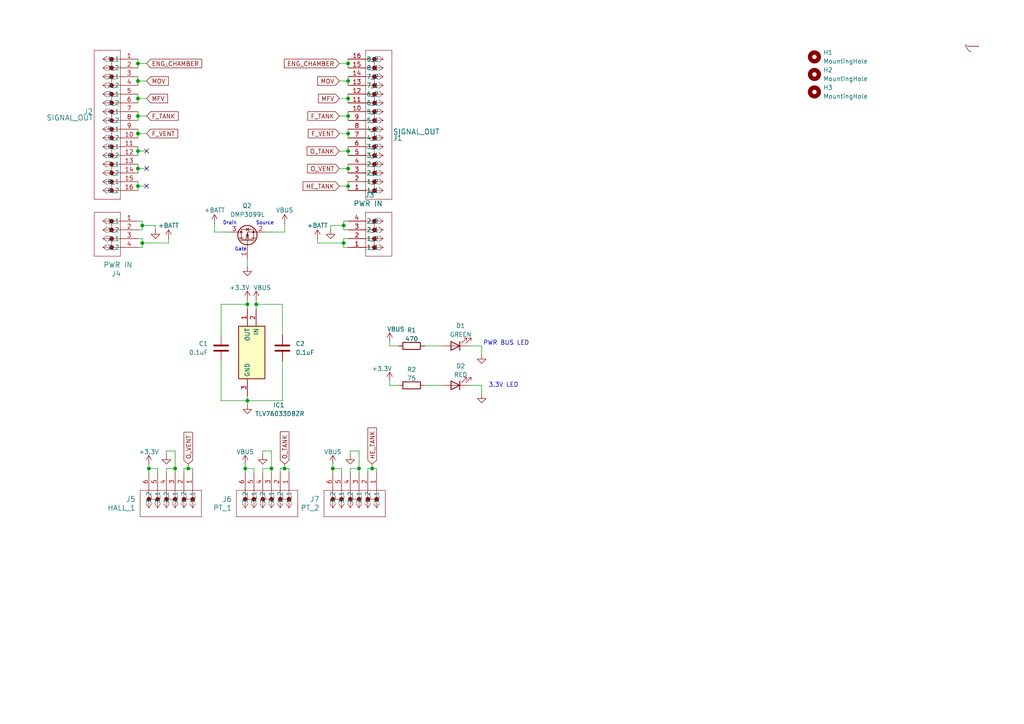
<source format=kicad_sch>
(kicad_sch (version 20250114) (generator "eeschema") (generator_version "9.0")
  (paper "A4")
  (lib_symbols
    (symbol "Device:C" (pin_numbers (hide yes)) (pin_names (offset 0.254))
      (property "Reference" "C" (at 0.635 2.54 0))
      (property "Value" "C" (at 0.635 -2.54 0))
      (symbol "C_1_1"
        (pin passive line (at 0 3.81 270) (length 2.794) (name "~") (number "1"))
        (pin passive line (at 0 -3.81 90) (length 2.794) (name "~") (number "2"))
      )
    )
    (symbol "Device:LED" (pin_numbers (hide yes)) (pin_names (offset 1.016) (hide yes))
      (property "Reference" "D" (at 0 2.54 0))
      (property "Value" "LED" (at 0 -2.54 0))
      (symbol "LED_1_1"
        (pin passive line (at -3.81 0 0) (length 2.54) (name "K") (number "1"))
        (pin passive line (at 3.81 0 180) (length 2.54) (name "A") (number "2"))
      )
    )
    (symbol "Device:Q_PMOS_GSD" (pin_names (offset 0) (hide yes))
      (property "Reference" "Q" (at 5.08 1.27 0))
      (property "Value" "Q_PMOS_GSD" (at 5.08 -1.27 0))
      (symbol "Q_PMOS_GSD_1_1"
        (pin input line (at -5.08 0 0) (length 2.54) (name "G") (number "1"))
        (pin passive line (at 2.54 5.08 270) (length 2.54) (name "D") (number "3"))
        (pin passive line (at 2.54 -5.08 90) (length 2.54) (name "S") (number "2"))
      )
    )
    (symbol "Device:R" (pin_numbers (hide yes)) (pin_names (offset 0))
      (property "Reference" "R" (at 2.032 0 90))
      (property "Value" "R" (at 0 0 90))
      (symbol "R_1_1"
        (pin passive line (at 0 3.81 270) (length 1.27) (name "~") (number "1"))
        (pin passive line (at 0 -3.81 90) (length 1.27) (name "~") (number "2"))
      )
    )
    (symbol "Mechanical:MountingHole" (pin_names (offset 1.016)) (exclude_from_sim yes) (in_bom no)
      (property "Reference" "H" (at 0 5.08 0))
      (property "Value" "MountingHole" (at 0 3.175 0))
    )
    (symbol "SDSU RP:LOGO" (pin_names (offset 1.016)))
    (symbol "TLV76033DBZR:TLV76033DBZR"
      (property "Reference" "IC" (at 21.59 7.62 0))
      (property "Value" "TLV76033DBZR" (at 21.59 5.08 0))
      (symbol "TLV76033DBZR_1_1"
        (pin passive line (at 0 0 0) (length 5.08) (name "OUT") (number "1"))
        (pin passive line (at 0 -2.54 0) (length 5.08) (name "IN") (number "2"))
        (pin passive line (at 25.4 0 180) (length 5.08) (name "GND") (number "3"))
      )
    )
    (symbol "Wago_2601_1102:2601-1102" (pin_names (offset 0.254))
      (property "Reference" "J" (at 8.89 6.35 0))
      (property "Value" "2601-1102" (at 0 0 0))
      (symbol "2601-1102_1_1"
        (pin unspecified line (at 0 0 0) (length 5.08) (name "1_1") (number "1"))
        (pin unspecified line (at 0 -2.54 0) (length 5.08) (name "1_2") (number "2"))
        (pin unspecified line (at 0 -5.08 0) (length 5.08) (name "2_1") (number "3"))
        (pin unspecified line (at 0 -7.62 0) (length 5.08) (name "2_2") (number "4"))
      )
    )
    (symbol "Wago_2601_1103:2601-1103" (pin_names (offset 0.254))
      (property "Reference" "J" (at 8.89 6.35 0))
      (property "Value" "2601-1103" (at 0 0 0))
      (symbol "2601-1103_1_1"
        (pin unspecified line (at 0 0 0) (length 5.08) (name "1_1") (number "1"))
        (pin unspecified line (at 0 -2.54 0) (length 5.08) (name "1_2") (number "2"))
        (pin unspecified line (at 0 -5.08 0) (length 5.08) (name "2_1") (number "3"))
        (pin unspecified line (at 0 -7.62 0) (length 5.08) (name "2_2") (number "4"))
        (pin unspecified line (at 0 -10.16 0) (length 5.08) (name "3_1") (number "5"))
        (pin unspecified line (at 0 -12.7 0) (length 5.08) (name "3_2") (number "6"))
      )
    )
    (symbol "Wago_2601_1108:2601-1108" (pin_names (offset 0.254))
      (property "Reference" "J" (at 8.89 6.35 0))
      (property "Value" "2601-1108" (at 0 0 0))
      (symbol "2601-1108_1_1"
        (pin unspecified line (at 0 0 0) (length 5.08) (name "1_1") (number "1"))
        (pin unspecified line (at 0 -2.54 0) (length 5.08) (name "1_2") (number "2"))
        (pin unspecified line (at 0 -5.08 0) (length 5.08) (name "2_1") (number "3"))
        (pin unspecified line (at 0 -7.62 0) (length 5.08) (name "2_2") (number "4"))
        (pin unspecified line (at 0 -10.16 0) (length 5.08) (name "3_1") (number "5"))
        (pin unspecified line (at 0 -12.7 0) (length 5.08) (name "3_2") (number "6"))
        (pin unspecified line (at 0 -15.24 0) (length 5.08) (name "4_1") (number "7"))
        (pin unspecified line (at 0 -17.78 0) (length 5.08) (name "4_2") (number "8"))
        (pin unspecified line (at 0 -20.32 0) (length 5.08) (name "5_1") (number "9"))
        (pin unspecified line (at 0 -22.86 0) (length 5.08) (name "5_2") (number "10"))
        (pin unspecified line (at 0 -25.4 0) (length 5.08) (name "6_1") (number "11"))
        (pin unspecified line (at 0 -27.94 0) (length 5.08) (name "6_2") (number "12"))
        (pin unspecified line (at 0 -30.48 0) (length 5.08) (name "7_1") (number "13"))
        (pin unspecified line (at 0 -33.02 0) (length 5.08) (name "7_2") (number "14"))
        (pin unspecified line (at 0 -35.56 0) (length 5.08) (name "8_1") (number "15"))
        (pin unspecified line (at 0 -38.1 0) (length 5.08) (name "8_2") (number "16"))
      )
    )
    (symbol "power:+3.3V" (power) (pin_numbers (hide yes)) (pin_names (offset 0) (hide yes))
      (property "Value" "+3.3V" (at 0 3.556 0))
      (symbol "+3.3V_1_1"
        (pin power_in line (at 0 0 90) (length 0) (name "~") (number "1"))
      )
    )
    (symbol "power:+BATT" (power) (pin_numbers (hide yes)) (pin_names (offset 0) (hide yes))
      (property "Value" "+BATT" (at 0 3.556 0))
      (symbol "+BATT_1_1"
        (pin power_in line (at 0 0 90) (length 0) (name "~") (number "1"))
      )
    )
    (symbol "power:GND" (power) (pin_numbers (hide yes)) (pin_names (offset 0) (hide yes))
      (property "Value" "GND" (at 0 -3.81 0))
      (symbol "GND_1_1"
        (pin power_in line (at 0 0 270) (length 0) (name "~") (number "1"))
      )
    )
    (symbol "power:VBUS" (power) (pin_numbers (hide yes)) (pin_names (offset 0) (hide yes))
      (property "Value" "VBUS" (at 0 3.556 0))
      (symbol "VBUS_1_1"
        (pin power_in line (at 0 0 90) (length 0) (name "~") (number "1"))
      )
    )
  )
  (text "Source\n" (at 76.835 64.77 0) (effects (font (size 1 1))))
  (text "PWR BUS LED" (at 146.812 99.568 0) (effects (font (size 1.27 1.27))))
  (text "Gate" (at 69.85 72.39 0) (effects (font (size 1 1))))
  (text "Drain" (at 66.675 64.77 0) (effects (font (size 1 1))))
  (text "3.3V LED" (at 146.05 111.76 0) (effects (font (size 1.27 1.27))))
  (junction (at 107.95 135.89))
  (junction (at 40.005 33.655))
  (junction (at 40.005 23.495))
  (junction (at 78.74 135.89))
  (junction (at 100.965 18.415))
  (junction (at 100.965 23.495))
  (junction (at 100.965 33.655))
  (junction (at 99.695 70.485))
  (junction (at 43.18 135.89))
  (junction (at 100.965 38.735))
  (junction (at 40.005 28.575))
  (junction (at 99.695 65.405))
  (junction (at 82.55 135.89))
  (junction (at 100.965 53.975))
  (junction (at 41.275 70.485))
  (junction (at 104.14 135.89))
  (junction (at 71.755 88.265))
  (junction (at 100.965 43.815))
  (junction (at 40.005 53.975))
  (junction (at 40.005 48.895))
  (junction (at 50.8 135.89))
  (junction (at 96.52 135.89))
  (junction (at 54.61 135.89))
  (junction (at 71.755 116.205))
  (junction (at 40.005 43.815))
  (junction (at 74.295 88.265))
  (junction (at 40.005 18.415))
  (junction (at 100.965 48.895))
  (junction (at 41.275 65.405))
  (junction (at 40.005 38.735))
  (junction (at 100.965 28.575))
  (junction (at 71.12 135.89))
  (no_connect (at 42.545 53.975))
  (no_connect (at 42.545 48.895))
  (no_connect (at 42.545 43.815))
  (no_connect (at -7.62 213.36))
  (wire (pts (xy 74.295 86.995) (xy 74.295 88.265)))
  (wire (pts (xy 40.005 48.895) (xy 40.005 50.165)))
  (wire (pts (xy 42.545 18.415) (xy 40.005 18.415)))
  (wire (pts (xy 48.26 137.16) (xy 48.26 135.89)))
  (wire (pts (xy 40.005 22.225) (xy 40.005 23.495)))
  (wire (pts (xy 43.18 135.89) (xy 45.72 135.89)))
  (wire (pts (xy 64.135 97.155) (xy 64.135 88.265)))
  (wire (pts (xy 99.695 65.405) (xy 95.885 65.405)))
  (wire (pts (xy 62.23 67.31) (xy 66.675 67.31)))
  (wire (pts (xy 98.425 23.495) (xy 100.965 23.495)))
  (wire (pts (xy 50.8 130.81) (xy 50.8 135.89)))
  (wire (pts (xy 81.915 97.155) (xy 81.915 88.265)))
  (wire (pts (xy 100.965 42.545) (xy 100.965 43.815)))
  (wire (pts (xy 40.005 38.735) (xy 40.005 40.005)))
  (wire (pts (xy 71.12 135.89) (xy 71.12 137.16)))
  (wire (pts (xy 71.755 88.265) (xy 71.755 89.535)))
  (wire (pts (xy 40.005 38.735) (xy 42.545 38.735)))
  (wire (pts (xy 82.55 134.62) (xy 82.55 135.89)))
  (wire (pts (xy 106.68 135.89) (xy 107.95 135.89)))
  (wire (pts (xy 76.2 130.81) (xy 78.74 130.81)))
  (wire (pts (xy 40.005 71.755) (xy 41.275 71.755)))
  (wire (pts (xy 71.755 116.205) (xy 71.755 117.475)))
  (wire (pts (xy 96.52 135.89) (xy 99.06 135.89)))
  (wire (pts (xy 48.26 132.08) (xy 48.26 130.81)))
  (wire (pts (xy 100.965 37.465) (xy 100.965 38.735)))
  (wire (pts (xy 107.95 135.89) (xy 109.22 135.89)))
  (wire (pts (xy 99.06 135.89) (xy 99.06 137.16)))
  (wire (pts (xy 45.085 65.405) (xy 45.085 66.675)))
  (wire (pts (xy 107.95 134.62) (xy 107.95 135.89)))
  (wire (pts (xy 98.425 53.975) (xy 100.965 53.975)))
  (wire (pts (xy 40.005 33.655) (xy 42.545 33.655)))
  (wire (pts (xy 82.55 64.77) (xy 82.55 67.31)))
  (wire (pts (xy 98.425 38.735) (xy 100.965 38.735)))
  (wire (pts (xy 100.965 22.225) (xy 100.965 23.495)))
  (wire (pts (xy 96.52 134.62) (xy 96.52 135.89)))
  (wire (pts (xy 101.6 130.81) (xy 104.14 130.81)))
  (wire (pts (xy 48.26 130.81) (xy 50.8 130.81)))
  (wire (pts (xy 99.695 64.135) (xy 99.695 65.405)))
  (wire (pts (xy 48.895 70.485) (xy 48.895 69.215)))
  (wire (pts (xy 76.835 67.31) (xy 82.55 67.31)))
  (wire (pts (xy 40.005 52.705) (xy 40.005 53.975)))
  (wire (pts (xy 81.28 135.89) (xy 82.55 135.89)))
  (wire (pts (xy 42.545 28.575) (xy 40.005 28.575)))
  (wire (pts (xy 113.03 110.49) (xy 113.03 111.76)))
  (wire (pts (xy 76.2 132.08) (xy 76.2 130.81)))
  (wire (pts (xy 74.295 88.265) (xy 81.915 88.265)))
  (wire (pts (xy 100.965 52.705) (xy 100.965 53.975)))
  (wire (pts (xy 139.7 111.76) (xy 139.7 114.3)))
  (wire (pts (xy 106.68 137.16) (xy 106.68 135.89)))
  (wire (pts (xy 54.61 134.62) (xy 54.61 135.89)))
  (wire (pts (xy 101.6 132.08) (xy 101.6 130.81)))
  (wire (pts (xy 100.965 38.735) (xy 100.965 40.005)))
  (wire (pts (xy 96.52 135.89) (xy 96.52 137.16)))
  (wire (pts (xy 41.275 64.135) (xy 41.275 65.405)))
  (wire (pts (xy 71.755 86.995) (xy 71.755 88.265)))
  (wire (pts (xy 64.135 104.775) (xy 64.135 116.205)))
  (wire (pts (xy 123.19 100.33) (xy 128.27 100.33)))
  (wire (pts (xy 64.135 88.265) (xy 71.755 88.265)))
  (wire (pts (xy 113.03 100.33) (xy 115.57 100.33)))
  (wire (pts (xy 99.695 71.755) (xy 100.965 71.755)))
  (wire (pts (xy 76.2 135.89) (xy 78.74 135.89)))
  (wire (pts (xy 41.275 65.405) (xy 41.275 66.675)))
  (wire (pts (xy 73.66 135.89) (xy 73.66 137.16)))
  (wire (pts (xy 100.965 27.305) (xy 100.965 28.575)))
  (wire (pts (xy 78.74 130.81) (xy 78.74 135.89)))
  (wire (pts (xy 41.275 70.485) (xy 48.895 70.485)))
  (wire (pts (xy 81.915 104.775) (xy 81.915 116.205)))
  (wire (pts (xy 53.34 135.89) (xy 54.61 135.89)))
  (wire (pts (xy 48.26 135.89) (xy 50.8 135.89)))
  (wire (pts (xy 41.275 65.405) (xy 45.085 65.405)))
  (wire (pts (xy 95.885 65.405) (xy 95.885 66.675)))
  (wire (pts (xy 78.74 135.89) (xy 78.74 137.16)))
  (wire (pts (xy 40.005 47.625) (xy 40.005 48.895)))
  (wire (pts (xy 53.34 137.16) (xy 53.34 135.89)))
  (wire (pts (xy 135.89 100.33) (xy 139.7 100.33)))
  (wire (pts (xy 101.6 135.89) (xy 104.14 135.89)))
  (wire (pts (xy 109.22 135.89) (xy 109.22 137.16)))
  (wire (pts (xy 135.89 111.76) (xy 139.7 111.76)))
  (wire (pts (xy 99.695 64.135) (xy 100.965 64.135)))
  (wire (pts (xy 100.965 23.495) (xy 100.965 24.765)))
  (wire (pts (xy 71.12 134.62) (xy 71.12 135.89)))
  (wire (pts (xy 100.965 47.625) (xy 100.965 48.895)))
  (wire (pts (xy 62.23 64.77) (xy 62.23 67.31)))
  (wire (pts (xy 98.425 48.895) (xy 100.965 48.895)))
  (wire (pts (xy 98.425 28.575) (xy 100.965 28.575)))
  (wire (pts (xy 42.545 43.815) (xy 40.005 43.815)))
  (wire (pts (xy 40.005 32.385) (xy 40.005 33.655)))
  (wire (pts (xy 43.18 134.62) (xy 43.18 135.89)))
  (wire (pts (xy 100.965 33.655) (xy 100.965 34.925)))
  (wire (pts (xy 98.425 43.815) (xy 100.965 43.815)))
  (wire (pts (xy 99.695 70.485) (xy 92.075 70.485)))
  (wire (pts (xy 40.005 17.145) (xy 40.005 18.415)))
  (wire (pts (xy 40.005 66.675) (xy 41.275 66.675)))
  (wire (pts (xy 92.075 69.215) (xy 92.075 70.485)))
  (wire (pts (xy 71.12 135.89) (xy 73.66 135.89)))
  (wire (pts (xy 71.755 114.935) (xy 71.755 116.205)))
  (wire (pts (xy 43.18 135.89) (xy 43.18 137.16)))
  (wire (pts (xy 40.005 18.415) (xy 40.005 19.685)))
  (wire (pts (xy 101.6 137.16) (xy 101.6 135.89)))
  (wire (pts (xy 50.8 135.89) (xy 50.8 137.16)))
  (wire (pts (xy 42.545 53.975) (xy 40.005 53.975)))
  (wire (pts (xy 40.005 37.465) (xy 40.005 38.735)))
  (wire (pts (xy 40.005 69.215) (xy 41.275 69.215)))
  (wire (pts (xy 99.695 69.215) (xy 100.965 69.215)))
  (wire (pts (xy 81.28 137.16) (xy 81.28 135.89)))
  (wire (pts (xy 99.695 71.755) (xy 99.695 70.485)))
  (wire (pts (xy 42.545 23.495) (xy 40.005 23.495)))
  (wire (pts (xy 98.425 33.655) (xy 100.965 33.655)))
  (wire (pts (xy 100.965 43.815) (xy 100.965 45.085)))
  (wire (pts (xy 99.695 66.675) (xy 100.965 66.675)))
  (wire (pts (xy 83.82 135.89) (xy 83.82 137.16)))
  (wire (pts (xy 54.61 135.89) (xy 55.88 135.89)))
  (wire (pts (xy 100.965 32.385) (xy 100.965 33.655)))
  (wire (pts (xy 40.005 23.495) (xy 40.005 24.765)))
  (wire (pts (xy 40.005 27.305) (xy 40.005 28.575)))
  (wire (pts (xy 100.965 17.145) (xy 100.965 18.415)))
  (wire (pts (xy 42.545 48.895) (xy 40.005 48.895)))
  (wire (pts (xy 113.03 111.76) (xy 115.57 111.76)))
  (wire (pts (xy 41.275 71.755) (xy 41.275 70.485)))
  (wire (pts (xy 71.755 116.205) (xy 81.915 116.205)))
  (wire (pts (xy 100.965 18.415) (xy 100.965 19.685)))
  (wire (pts (xy 40.005 28.575) (xy 40.005 29.845)))
  (wire (pts (xy 100.965 48.895) (xy 100.965 50.165)))
  (wire (pts (xy 45.72 135.89) (xy 45.72 137.16)))
  (wire (pts (xy 100.965 53.975) (xy 100.965 55.245)))
  (wire (pts (xy 40.005 42.545) (xy 40.005 43.815)))
  (wire (pts (xy 104.14 135.89) (xy 104.14 137.16)))
  (wire (pts (xy 123.19 111.76) (xy 128.27 111.76)))
  (wire (pts (xy 99.695 69.215) (xy 99.695 70.485)))
  (wire (pts (xy 113.03 99.06) (xy 113.03 100.33)))
  (wire (pts (xy 40.005 53.975) (xy 40.005 55.245)))
  (wire (pts (xy 41.275 69.215) (xy 41.275 70.485)))
  (wire (pts (xy 98.425 18.415) (xy 100.965 18.415)))
  (wire (pts (xy 40.005 33.655) (xy 40.005 34.925)))
  (wire (pts (xy 71.755 77.47) (xy 71.755 74.93)))
  (wire (pts (xy 64.135 116.205) (xy 71.755 116.205)))
  (wire (pts (xy 55.88 135.89) (xy 55.88 137.16)))
  (wire (pts (xy 100.965 28.575) (xy 100.965 29.845)))
  (wire (pts (xy 40.005 64.135) (xy 41.275 64.135)))
  (wire (pts (xy 139.7 100.33) (xy 139.7 102.87)))
  (wire (pts (xy 104.14 130.81) (xy 104.14 135.89)))
  (wire (pts (xy 76.2 137.16) (xy 76.2 135.89)))
  (wire (pts (xy 40.005 43.815) (xy 40.005 45.085)))
  (wire (pts (xy 74.295 88.265) (xy 74.295 89.535)))
  (wire (pts (xy 99.695 65.405) (xy 99.695 66.675)))
  (wire (pts (xy 82.55 135.89) (xy 83.82 135.89)))
  (global_label "MFV" (shape input) (at 98.425 28.575 180) (property "Intersheetrefs" "${INTERSHEET_REFS}" (effects (hide yes))))
  (global_label "O_TANK" (shape input) (at 82.55 134.62 90) (property "Intersheetrefs" "${INTERSHEET_REFS}" (effects (hide yes))))
  (global_label "F_VENT" (shape input) (at 98.425 38.735 180) (property "Intersheetrefs" "${INTERSHEET_REFS}" (effects (hide yes))))
  (global_label "O_VENT" (shape input) (at 54.61 134.62 90) (property "Intersheetrefs" "${INTERSHEET_REFS}" (effects (hide yes))))
  (global_label "HE_TANK" (shape input) (at 107.95 134.62 90) (property "Intersheetrefs" "${INTERSHEET_REFS}" (effects (hide yes))))
  (global_label "MFV" (shape input) (at 42.545 28.575 0) (property "Intersheetrefs" "${INTERSHEET_REFS}" (effects (hide yes))))
  (global_label "O_TANK" (shape input) (at 98.425 43.815 180) (property "Intersheetrefs" "${INTERSHEET_REFS}" (effects (hide yes))))
  (global_label "MOV" (shape input) (at 42.545 23.495 0) (property "Intersheetrefs" "${INTERSHEET_REFS}" (effects (hide yes))))
  (global_label "ENG_CHAMBER" (shape input) (at 42.545 18.415 0) (property "Intersheetrefs" "${INTERSHEET_REFS}" (effects (hide yes))))
  (global_label "F_TANK" (shape input) (at 98.425 33.655 180) (property "Intersheetrefs" "${INTERSHEET_REFS}" (effects (hide yes))))
  (global_label "HE_TANK" (shape input) (at 98.425 53.975 180) (property "Intersheetrefs" "${INTERSHEET_REFS}" (effects (hide yes))))
  (global_label "O_VENT" (shape input) (at 98.425 48.895 180) (property "Intersheetrefs" "${INTERSHEET_REFS}" (effects (hide yes))))
  (global_label "MOV" (shape input) (at 98.425 23.495 180) (property "Intersheetrefs" "${INTERSHEET_REFS}" (effects (hide yes))))
  (global_label "F_VENT" (shape input) (at 42.545 38.735 0) (property "Intersheetrefs" "${INTERSHEET_REFS}" (effects (hide yes))))
  (global_label "F_TANK" (shape input) (at 42.545 33.655 0) (property "Intersheetrefs" "${INTERSHEET_REFS}" (effects (hide yes))))
  (global_label "ENG_CHAMBER" (shape input) (at 98.425 18.415 180) (property "Intersheetrefs" "${INTERSHEET_REFS}" (effects (hide yes))))
  (symbol (lib_id "Wago_2601_1102:2601-1102") (at 100.965 71.755 0) (mirror x) (unit 1)
    (property "Reference" "J3" (at 105.791 56.515 0) (effects (font (size 1.524 1.524)) (justify left)))
    (property "Value" "PWR IN" (at 102.489 59.055 0) (effects (font (size 1.524 1.524)) (justify left)))
    (property "Footprint" "Wago 2601_1102:CONN2_2601-1102_WAG" (effects (hide yes)))
    (property "Datasheet" "2601-1102" (effects (hide yes)))
  )
  (symbol (lib_id "power:VBUS") (at 82.55 64.77 0) (mirror y) (unit 1)
    (property "Reference" "#PWR019" (effects (hide yes)))
    (property "Value" "VBUS" (at 82.55 60.96 0))
    (property "Description" "Power symbol creates a global label with name \"VBUS\"" (effects (hide yes)))
  )
  (symbol (lib_id "TLV76033DBZR:TLV76033DBZR") (at 71.755 89.535 90) (mirror x) (unit 1)
    (property "Reference" "IC1" (at 80.899 117.475 90))
    (property "Value" "TLV76033DBZR" (at 81.153 120.015 90))
    (property "Footprint" "TLV76033DBZR:SOT95P237X112-3N" (effects (hide yes)))
    (property "Datasheet" "https://www.ti.com/lit/gpn/TLV760" (effects (hide yes)))
    (property "Description" "100-mA, 30-V, low-dropout voltage regulator" (effects (hide yes)))
    (property "Height" "1.12" (effects (hide yes)))
    (property "Mouser Part Number" "595-TLV76033DBZR" (effects (hide yes)))
    (property "Mouser Price/Stock" "https://www.mouser.co.uk/ProductDetail/Texas-Instruments/TLV76033DBZR?qs=HXFqYaX1Q2ypNrzTk0Gsfw%3D%3D" (effects (hide yes)))
    (property "Manufacturer_Name" "Texas Instruments" (effects (hide yes)))
    (property "Manufacturer_Part_Number" "TLV76033DBZR" (effects (hide yes)))
  )
  (symbol (lib_id "power:+BATT") (at 48.895 69.215 0) (unit 1)
    (property "Reference" "#PWR020" (effects (hide yes)))
    (property "Value" "+BATT" (at 48.895 65.405 0))
    (property "Description" "Power symbol creates a global label with name \"+BATT\"" (effects (hide yes)))
  )
  (symbol (lib_id "power:GND") (at 71.755 77.47 0) (unit 1)
    (property "Reference" "#PWR074" (effects (hide yes)))
    (property "Value" "GND" (effects (hide yes)))
  )
  (symbol (lib_id "Device:LED") (at 132.08 100.33 180) (unit 1)
    (property "Reference" "D1" (at 133.604 94.488 0))
    (property "Value" "GREEN" (at 133.604 97.028 0))
    (property "Footprint" "LED_SMD:LED_0805_2012Metric" (effects (hide yes)))
    (property "Description" "Light emitting diode" (effects (hide yes)))
  )
  (symbol (lib_id "power:VBUS") (at 74.295 86.995 0) (unit 1)
    (property "Reference" "#PWR010" (effects (hide yes)))
    (property "Value" "VBUS" (at 76.073 83.439 0))
    (property "Description" "Power symbol creates a global label with name \"VBUS\"" (effects (hide yes)))
  )
  (symbol (lib_id "power:VBUS") (at 71.12 134.62 0) (unit 1)
    (property "Reference" "#PWR016" (effects (hide yes)))
    (property "Value" "VBUS" (at 71.12 131.064 0))
    (property "Description" "Power symbol creates a global label with name \"VBUS\"" (effects (hide yes)))
  )
  (symbol (lib_id "power:+BATT") (at 62.23 64.77 0) (unit 1)
    (property "Reference" "#PWR018" (effects (hide yes)))
    (property "Value" "+BATT" (at 62.23 60.96 0))
    (property "Description" "Power symbol creates a global label with name \"+BATT\"" (effects (hide yes)))
  )
  (symbol (lib_id "Wago_2601_1103:2601-1103") (at 109.22 137.16 270) (unit 1)
    (property "Reference" "J7" (at 92.71 144.7799 90) (effects (font (size 1.524 1.524)) (justify right)))
    (property "Value" "PT_2" (at 92.71 147.3199 90) (effects (font (size 1.524 1.524)) (justify right)))
    (property "Footprint" "Wago 2601_1103:CONN3_2601-1103_WAG" (effects (hide yes)))
    (property "Datasheet" "2601-1103" (effects (hide yes)))
  )
  (symbol (lib_id "Mechanical:MountingHole") (at 236.22 21.59 0) (unit 1) (exclude_from_sim yes) (in_bom no)
    (property "Reference" "H2" (at 238.76 20.3199 0) (effects (justify left)))
    (property "Value" "MountingHole" (at 238.76 22.8599 0) (effects (justify left)))
    (property "Footprint" "MountingHole:MountingHole_3.2mm_M3" (effects (hide yes)))
    (property "Description" "Mounting Hole without connection" (effects (hide yes)))
  )
  (symbol (lib_id "power:+3.3V") (at 43.18 134.62 0) (unit 1)
    (property "Reference" "#PWR015" (effects (hide yes)))
    (property "Value" "+3.3V" (at 43.18 131.064 0))
    (property "Description" "Power symbol creates a global label with name \"+3.3V\"" (effects (hide yes)))
  )
  (symbol (lib_id "power:VBUS") (at 96.52 134.62 0) (unit 1)
    (property "Reference" "#PWR017" (effects (hide yes)))
    (property "Value" "VBUS" (at 96.52 131.064 0))
    (property "Description" "Power symbol creates a global label with name \"VBUS\"" (effects (hide yes)))
  )
  (symbol (lib_id "Mechanical:MountingHole") (at 236.22 16.51 0) (unit 1) (exclude_from_sim yes) (in_bom no)
    (property "Reference" "H1" (at 238.76 15.2399 0) (effects (justify left)))
    (property "Value" "MountingHole" (at 238.76 17.7799 0) (effects (justify left)))
    (property "Footprint" "MountingHole:MountingHole_3.2mm_M3" (effects (hide yes)))
    (property "Description" "Mounting Hole without connection" (effects (hide yes)))
  )
  (symbol (lib_id "power:GND") (at 45.085 66.675 0) (unit 1)
    (property "Reference" "#PWR04" (effects (hide yes)))
    (property "Value" "GND" (effects (hide yes)))
    (property "Description" "Power symbol creates a global label with name \"GND\" , ground" (effects (hide yes)))
  )
  (symbol (lib_id "power:+BATT") (at 92.075 69.215 0) (unit 1)
    (property "Reference" "#PWR021" (effects (hide yes)))
    (property "Value" "+BATT" (at 92.075 65.405 0))
    (property "Description" "Power symbol creates a global label with name \"+BATT\"" (effects (hide yes)))
  )
  (symbol (lib_id "power:GND") (at 76.2 132.08 0) (unit 1)
    (property "Reference" "#PWR013" (effects (hide yes)))
    (property "Value" "GND" (effects (hide yes)))
    (property "Description" "Power symbol creates a global label with name \"GND\" , ground" (effects (hide yes)))
  )
  (symbol (lib_id "power:GND") (at 139.7 102.87 0) (unit 1)
    (property "Reference" "#PWR02" (effects (hide yes)))
    (property "Value" "GND" (effects (hide yes)))
    (property "Description" "Power symbol creates a global label with name \"GND\" , ground" (effects (hide yes)))
  )
  (symbol (lib_id "Wago_2601_1108:2601-1108") (at 100.965 55.245 0) (mirror x) (unit 1)
    (property "Reference" "J1" (at 113.919 40.005 0) (effects (font (size 1.524 1.524)) (justify left)))
    (property "Value" "SIGNAL_OUT" (at 113.919 38.227 0) (effects (font (size 1.524 1.524)) (justify left)))
    (property "Footprint" "Wago 2601_1108:CONN8_2601-1108_WAG" (effects (hide yes)))
    (property "Datasheet" "2601-1108" (effects (hide yes)))
  )
  (symbol (lib_id "power:GND") (at 95.885 66.675 0) (mirror y) (unit 1)
    (property "Reference" "#PWR05" (effects (hide yes)))
    (property "Value" "GND" (effects (hide yes)))
    (property "Description" "Power symbol creates a global label with name \"GND\" , ground" (effects (hide yes)))
  )
  (symbol (lib_id "power:+3.3V") (at 71.755 86.995 0) (unit 1)
    (property "Reference" "#PWR09" (effects (hide yes)))
    (property "Value" "+3.3V" (at 69.469 83.439 0))
    (property "Description" "Power symbol creates a global label with name \"+3.3V\"" (effects (hide yes)))
  )
  (symbol (lib_id "Device:R") (at 119.38 111.76 90) (unit 1)
    (property "Reference" "R2" (at 119.38 107.188 90))
    (property "Value" "75" (at 119.38 109.728 90))
    (property "Footprint" "Resistor_SMD:R_0805_2012Metric" (effects (hide yes)))
    (property "Description" "Resistor" (effects (hide yes)))
  )
  (symbol (lib_id "Device:C") (at 81.915 100.965 0) (unit 1)
    (property "Reference" "C2" (at 85.725 99.6949 0) (effects (justify left)))
    (property "Value" "0.1uF" (at 85.725 102.2349 0) (effects (justify left)))
    (property "Footprint" "Capacitor_SMD:C_0805_2012Metric" (effects (hide yes)))
    (property "Description" "Unpolarized capacitor" (effects (hide yes)))
  )
  (symbol (lib_id "power:GND") (at 71.755 117.475 0) (unit 1)
    (property "Reference" "#PWR011" (effects (hide yes)))
    (property "Value" "GND" (effects (hide yes)))
    (property "Description" "Power symbol creates a global label with name \"GND\" , ground" (effects (hide yes)))
  )
  (symbol (lib_id "Wago_2601_1103:2601-1103") (at 55.88 137.16 270) (unit 1)
    (property "Reference" "J5" (at 39.37 144.7799 90) (effects (font (size 1.524 1.524)) (justify right)))
    (property "Value" "HALL_1" (at 39.37 147.3199 90) (effects (font (size 1.524 1.524)) (justify right)))
    (property "Footprint" "Wago 2601_1103:CONN3_2601-1103_WAG" (effects (hide yes)))
    (property "Datasheet" "2601-1103" (effects (hide yes)))
  )
  (symbol (lib_id "Device:LED") (at 132.08 111.76 180) (unit 1)
    (property "Reference" "D2" (at 133.604 106.172 0))
    (property "Value" "RED" (at 133.604 108.712 0))
    (property "Footprint" "LED_SMD:LED_0805_2012Metric" (effects (hide yes)))
    (property "Description" "Light emitting diode" (effects (hide yes)))
  )
  (symbol (lib_id "Mechanical:MountingHole") (at 236.22 26.67 0) (unit 1) (exclude_from_sim yes) (in_bom no)
    (property "Reference" "H3" (at 238.76 25.3999 0) (effects (justify left)))
    (property "Value" "MountingHole" (at 238.76 27.9399 0) (effects (justify left)))
    (property "Footprint" "MountingHole:MountingHole_3.2mm_M3" (effects (hide yes)))
    (property "Description" "Mounting Hole without connection" (effects (hide yes)))
  )
  (symbol (lib_id "Device:Q_PMOS_GSD") (at 71.755 69.85 90) (unit 1)
    (property "Reference" "Q2" (at 73.025 59.69 90) (effects (justify left)))
    (property "Value" "DMP3099L" (at 76.835 62.23 90) (effects (justify left)))
    (property "Footprint" "Package_TO_SOT_SMD:SOT-23-3" (effects (hide yes)))
    (property "Description" "P-MOSFET transistor, gate/source/drain" (effects (hide yes)))
  )
  (symbol (lib_id "power:GND") (at 48.26 132.08 0) (unit 1)
    (property "Reference" "#PWR012" (effects (hide yes)))
    (property "Value" "GND" (effects (hide yes)))
    (property "Description" "Power symbol creates a global label with name \"GND\" , ground" (effects (hide yes)))
  )
  (symbol (lib_id "Device:C") (at 64.135 100.965 0) (mirror y) (unit 1)
    (property "Reference" "C1" (at 60.325 99.6949 0) (effects (justify left)))
    (property "Value" "0.1uF" (at 60.325 102.2349 0) (effects (justify left)))
    (property "Footprint" "Capacitor_SMD:C_0805_2012Metric" (effects (hide yes)))
    (property "Description" "Unpolarized capacitor" (effects (hide yes)))
  )
  (symbol (lib_id "Device:R") (at 119.38 100.33 90) (unit 1)
    (property "Reference" "R1" (at 119.38 95.758 90))
    (property "Value" "470" (at 119.38 98.298 90))
    (property "Footprint" "Resistor_SMD:R_0805_2012Metric" (effects (hide yes)))
    (property "Description" "Resistor" (effects (hide yes)))
  )
  (symbol (lib_id "power:VBUS") (at 113.03 99.06 0) (unit 1)
    (property "Reference" "#PWR01" (effects (hide yes)))
    (property "Value" "VBUS" (at 114.808 95.504 0))
    (property "Description" "Power symbol creates a global label with name \"VBUS\"" (effects (hide yes)))
  )
  (symbol (lib_id "power:+3.3V") (at 113.03 110.49 0) (unit 1)
    (property "Reference" "#PWR03" (effects (hide yes)))
    (property "Value" "+3.3V" (at 110.744 106.934 0))
    (property "Description" "Power symbol creates a global label with name \"+3.3V\"" (effects (hide yes)))
  )
  (symbol (lib_id "power:GND") (at 101.6 132.08 0) (unit 1)
    (property "Reference" "#PWR014" (effects (hide yes)))
    (property "Value" "GND" (effects (hide yes)))
    (property "Description" "Power symbol creates a global label with name \"GND\" , ground" (effects (hide yes)))
  )
  (symbol (lib_id "power:GND") (at 139.7 114.3 0) (unit 1)
    (property "Reference" "#PWR06" (effects (hide yes)))
    (property "Value" "GND" (effects (hide yes)))
    (property "Description" "Power symbol creates a global label with name \"GND\" , ground" (effects (hide yes)))
  )
  (symbol (lib_id "Wago_2601_1102:2601-1102") (at 40.005 64.135 0) (mirror y) (unit 1)
    (property "Reference" "J4" (at 35.179 79.375 0) (effects (font (size 1.524 1.524)) (justify left)))
    (property "Value" "PWR IN" (at 38.481 76.835 0) (effects (font (size 1.524 1.524)) (justify left)))
    (property "Footprint" "Wago 2601_1102:CONN2_2601-1102_WAG" (effects (hide yes)))
    (property "Datasheet" "2601-1102" (effects (hide yes)))
  )
  (symbol (lib_id "SDSU RP:LOGO") (at 281.94 13.97 0) (unit 1)
    (property "Reference" "#G1" (effects (hide yes)))
    (property "Value" "LOGO" (effects (hide yes)))
    (property "Footprint" "SDSU RP:RP_Logo" (effects (hide yes)))
  )
  (symbol (lib_id "Wago_2601_1108:2601-1108") (at 40.005 17.145 0) (mirror y) (unit 1)
    (property "Reference" "J2" (at 27.051 32.385 0) (effects (font (size 1.524 1.524)) (justify left)))
    (property "Value" "SIGNAL_OUT" (at 27.051 34.163 0) (effects (font (size 1.524 1.524)) (justify left)))
    (property "Footprint" "Wago 2601_1108:CONN8_2601-1108_WAG" (effects (hide yes)))
    (property "Datasheet" "2601-1108" (effects (hide yes)))
  )
  (symbol (lib_id "Wago_2601_1103:2601-1103") (at 83.82 137.16 270) (unit 1)
    (property "Reference" "J6" (at 67.31 144.7799 90) (effects (font (size 1.524 1.524)) (justify right)))
    (property "Value" "PT_1" (at 67.31 147.3199 90) (effects (font (size 1.524 1.524)) (justify right)))
    (property "Footprint" "Wago 2601_1103:CONN3_2601-1103_WAG" (effects (hide yes)))
    (property "Datasheet" "2601-1103" (effects (hide yes)))
  )
)
</source>
